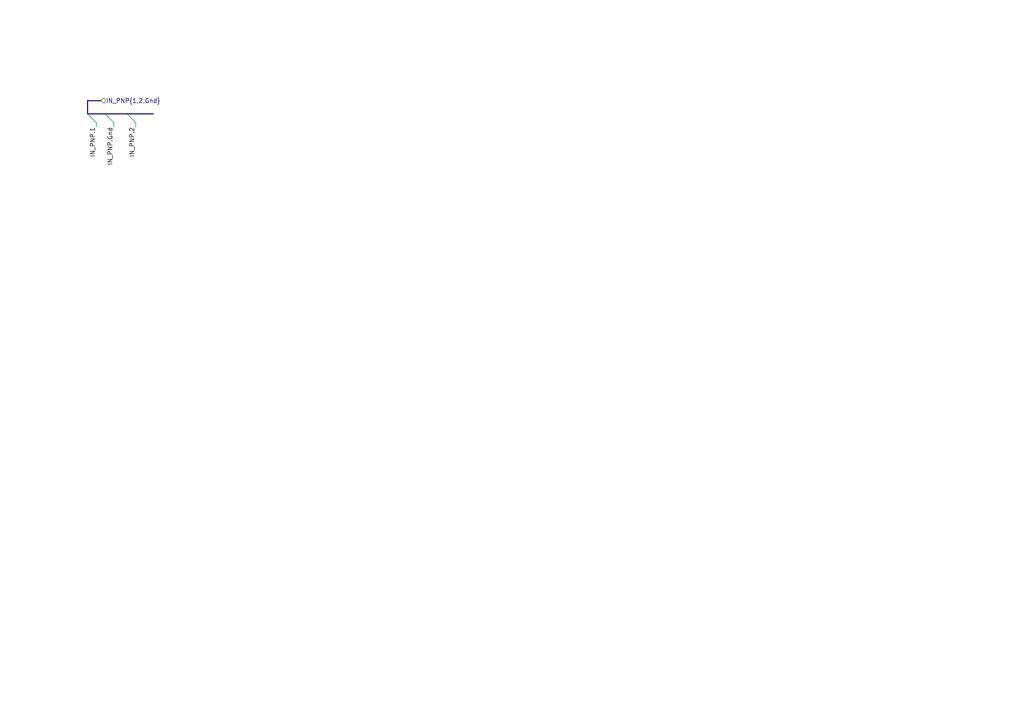
<source format=kicad_sch>
(kicad_sch
	(version 20250114)
	(generator "eeschema")
	(generator_version "9.0")
	(uuid "843ad529-3594-44e5-acd5-6b8c39ac09b6")
	(paper "A4")
	(lib_symbols)
	(bus_entry
		(at 30.48 33.02)
		(size 2.54 2.54)
		(stroke
			(width 0)
			(type default)
		)
		(uuid "3eada8f2-bc64-4c1f-8e00-2cf6439e2ad5")
	)
	(bus_entry
		(at 36.83 33.02)
		(size 2.54 2.54)
		(stroke
			(width 0)
			(type default)
		)
		(uuid "64fda89b-cc59-4f10-a796-ecad46266b57")
	)
	(bus_entry
		(at 25.4 33.02)
		(size 2.54 2.54)
		(stroke
			(width 0)
			(type default)
		)
		(uuid "68d90760-22fb-41a5-acb8-20c7616dd25e")
	)
	(bus
		(pts
			(xy 36.83 33.02) (xy 44.45 33.02)
		)
		(stroke
			(width 0)
			(type default)
		)
		(uuid "3bf47bfd-d032-4b74-a968-6e1c9d3f067f")
	)
	(wire
		(pts
			(xy 33.02 35.56) (xy 33.02 36.83)
		)
		(stroke
			(width 0)
			(type default)
		)
		(uuid "6990fe83-900b-479f-8c88-6c5d7818ca34")
	)
	(bus
		(pts
			(xy 30.48 33.02) (xy 36.83 33.02)
		)
		(stroke
			(width 0)
			(type default)
		)
		(uuid "69e2f21b-4587-4f1f-aaae-222851df6064")
	)
	(bus
		(pts
			(xy 25.4 33.02) (xy 30.48 33.02)
		)
		(stroke
			(width 0)
			(type default)
		)
		(uuid "7f19fc55-03f4-479e-a121-f8196bfac370")
	)
	(wire
		(pts
			(xy 27.94 35.56) (xy 27.94 36.83)
		)
		(stroke
			(width 0)
			(type default)
		)
		(uuid "932872a6-cb61-478d-a32d-cf83f57cf7bd")
	)
	(bus
		(pts
			(xy 29.21 29.21) (xy 25.4 29.21)
		)
		(stroke
			(width 0)
			(type default)
		)
		(uuid "b4fe0720-9e2f-41fa-95d2-754b5dcca6a2")
	)
	(wire
		(pts
			(xy 39.37 35.56) (xy 39.37 36.83)
		)
		(stroke
			(width 0)
			(type default)
		)
		(uuid "decd1cc4-ed65-4e80-94f6-4009f85c78bb")
	)
	(bus
		(pts
			(xy 25.4 29.21) (xy 25.4 33.02)
		)
		(stroke
			(width 0)
			(type default)
		)
		(uuid "f7e89836-6736-454d-9d2a-40ff6cf66db5")
	)
	(label "IN_PNP.1"
		(at 27.94 36.83 270)
		(effects
			(font
				(size 1.27 1.27)
			)
			(justify right bottom)
		)
		(uuid "0515cae9-94f7-40e6-b3bc-858bde090eb7")
	)
	(label "IN_PNP.Gnd"
		(at 33.02 36.83 270)
		(effects
			(font
				(size 1.27 1.27)
			)
			(justify right bottom)
		)
		(uuid "80c81787-890e-4645-bc31-438ccca1013c")
	)
	(label "IN_PNP.2"
		(at 39.37 36.83 270)
		(effects
			(font
				(size 1.27 1.27)
			)
			(justify right bottom)
		)
		(uuid "ed06db4d-b5f9-4c02-b1ba-80d6a874637f")
	)
	(hierarchical_label "IN_PNP{1,2,Gnd}"
		(shape input)
		(at 29.21 29.21 0)
		(effects
			(font
				(size 1.27 1.27)
			)
			(justify left)
		)
		(uuid "d8c27601-6ad8-44c6-bcf3-7e277b78006b")
	)
)

</source>
